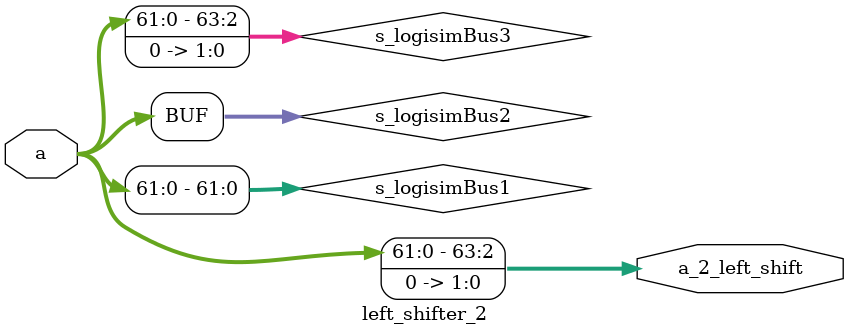
<source format=v>
/******************************************************************************
 ** Logisim-evolution goes FPGA automatic generated Verilog code             **
 ** https://github.com/logisim-evolution/                                    **
 **                                                                          **
 ** Component : left_shifter_2                                               **
 **                                                                          **
 *****************************************************************************/

module left_shifter_2( a,
                       a_2_left_shift );

   /*******************************************************************************
   ** The inputs are defined here                                                **
   *******************************************************************************/
   input [63:0] a;

   /*******************************************************************************
   ** The outputs are defined here                                               **
   *******************************************************************************/
   output [63:0] a_2_left_shift;

   /*******************************************************************************
   ** The wires are defined here                                                 **
   *******************************************************************************/
   wire [61:0] s_logisimBus1;
   wire [63:0] s_logisimBus2;
   wire [63:0] s_logisimBus3;

   /*******************************************************************************
   ** The module functionality is described here                                 **
   *******************************************************************************/

   /*******************************************************************************
   ** Here all wiring is defined                                                 **
   *******************************************************************************/
   assign s_logisimBus1[0]  = s_logisimBus2[0];
   assign s_logisimBus1[10] = s_logisimBus2[10];
   assign s_logisimBus1[11] = s_logisimBus2[11];
   assign s_logisimBus1[12] = s_logisimBus2[12];
   assign s_logisimBus1[13] = s_logisimBus2[13];
   assign s_logisimBus1[14] = s_logisimBus2[14];
   assign s_logisimBus1[15] = s_logisimBus2[15];
   assign s_logisimBus1[16] = s_logisimBus2[16];
   assign s_logisimBus1[17] = s_logisimBus2[17];
   assign s_logisimBus1[18] = s_logisimBus2[18];
   assign s_logisimBus1[19] = s_logisimBus2[19];
   assign s_logisimBus1[1]  = s_logisimBus2[1];
   assign s_logisimBus1[20] = s_logisimBus2[20];
   assign s_logisimBus1[21] = s_logisimBus2[21];
   assign s_logisimBus1[22] = s_logisimBus2[22];
   assign s_logisimBus1[23] = s_logisimBus2[23];
   assign s_logisimBus1[24] = s_logisimBus2[24];
   assign s_logisimBus1[25] = s_logisimBus2[25];
   assign s_logisimBus1[26] = s_logisimBus2[26];
   assign s_logisimBus1[27] = s_logisimBus2[27];
   assign s_logisimBus1[28] = s_logisimBus2[28];
   assign s_logisimBus1[29] = s_logisimBus2[29];
   assign s_logisimBus1[2]  = s_logisimBus2[2];
   assign s_logisimBus1[30] = s_logisimBus2[30];
   assign s_logisimBus1[31] = s_logisimBus2[31];
   assign s_logisimBus1[32] = s_logisimBus2[32];
   assign s_logisimBus1[33] = s_logisimBus2[33];
   assign s_logisimBus1[34] = s_logisimBus2[34];
   assign s_logisimBus1[35] = s_logisimBus2[35];
   assign s_logisimBus1[36] = s_logisimBus2[36];
   assign s_logisimBus1[37] = s_logisimBus2[37];
   assign s_logisimBus1[38] = s_logisimBus2[38];
   assign s_logisimBus1[39] = s_logisimBus2[39];
   assign s_logisimBus1[3]  = s_logisimBus2[3];
   assign s_logisimBus1[40] = s_logisimBus2[40];
   assign s_logisimBus1[41] = s_logisimBus2[41];
   assign s_logisimBus1[42] = s_logisimBus2[42];
   assign s_logisimBus1[43] = s_logisimBus2[43];
   assign s_logisimBus1[44] = s_logisimBus2[44];
   assign s_logisimBus1[45] = s_logisimBus2[45];
   assign s_logisimBus1[46] = s_logisimBus2[46];
   assign s_logisimBus1[47] = s_logisimBus2[47];
   assign s_logisimBus1[48] = s_logisimBus2[48];
   assign s_logisimBus1[49] = s_logisimBus2[49];
   assign s_logisimBus1[4]  = s_logisimBus2[4];
   assign s_logisimBus1[50] = s_logisimBus2[50];
   assign s_logisimBus1[51] = s_logisimBus2[51];
   assign s_logisimBus1[52] = s_logisimBus2[52];
   assign s_logisimBus1[53] = s_logisimBus2[53];
   assign s_logisimBus1[54] = s_logisimBus2[54];
   assign s_logisimBus1[55] = s_logisimBus2[55];
   assign s_logisimBus1[56] = s_logisimBus2[56];
   assign s_logisimBus1[57] = s_logisimBus2[57];
   assign s_logisimBus1[58] = s_logisimBus2[58];
   assign s_logisimBus1[59] = s_logisimBus2[59];
   assign s_logisimBus1[5]  = s_logisimBus2[5];
   assign s_logisimBus1[60] = s_logisimBus2[60];
   assign s_logisimBus1[61] = s_logisimBus2[61];
   assign s_logisimBus1[6]  = s_logisimBus2[6];
   assign s_logisimBus1[7]  = s_logisimBus2[7];
   assign s_logisimBus1[8]  = s_logisimBus2[8];
   assign s_logisimBus1[9]  = s_logisimBus2[9];
   assign s_logisimBus3[10] = s_logisimBus1[8];
   assign s_logisimBus3[11] = s_logisimBus1[9];
   assign s_logisimBus3[12] = s_logisimBus1[10];
   assign s_logisimBus3[13] = s_logisimBus1[11];
   assign s_logisimBus3[14] = s_logisimBus1[12];
   assign s_logisimBus3[15] = s_logisimBus1[13];
   assign s_logisimBus3[16] = s_logisimBus1[14];
   assign s_logisimBus3[17] = s_logisimBus1[15];
   assign s_logisimBus3[18] = s_logisimBus1[16];
   assign s_logisimBus3[19] = s_logisimBus1[17];
   assign s_logisimBus3[20] = s_logisimBus1[18];
   assign s_logisimBus3[21] = s_logisimBus1[19];
   assign s_logisimBus3[22] = s_logisimBus1[20];
   assign s_logisimBus3[23] = s_logisimBus1[21];
   assign s_logisimBus3[24] = s_logisimBus1[22];
   assign s_logisimBus3[25] = s_logisimBus1[23];
   assign s_logisimBus3[26] = s_logisimBus1[24];
   assign s_logisimBus3[27] = s_logisimBus1[25];
   assign s_logisimBus3[28] = s_logisimBus1[26];
   assign s_logisimBus3[29] = s_logisimBus1[27];
   assign s_logisimBus3[2]  = s_logisimBus1[0];
   assign s_logisimBus3[30] = s_logisimBus1[28];
   assign s_logisimBus3[31] = s_logisimBus1[29];
   assign s_logisimBus3[32] = s_logisimBus1[30];
   assign s_logisimBus3[33] = s_logisimBus1[31];
   assign s_logisimBus3[34] = s_logisimBus1[32];
   assign s_logisimBus3[35] = s_logisimBus1[33];
   assign s_logisimBus3[36] = s_logisimBus1[34];
   assign s_logisimBus3[37] = s_logisimBus1[35];
   assign s_logisimBus3[38] = s_logisimBus1[36];
   assign s_logisimBus3[39] = s_logisimBus1[37];
   assign s_logisimBus3[3]  = s_logisimBus1[1];
   assign s_logisimBus3[40] = s_logisimBus1[38];
   assign s_logisimBus3[41] = s_logisimBus1[39];
   assign s_logisimBus3[42] = s_logisimBus1[40];
   assign s_logisimBus3[43] = s_logisimBus1[41];
   assign s_logisimBus3[44] = s_logisimBus1[42];
   assign s_logisimBus3[45] = s_logisimBus1[43];
   assign s_logisimBus3[46] = s_logisimBus1[44];
   assign s_logisimBus3[47] = s_logisimBus1[45];
   assign s_logisimBus3[48] = s_logisimBus1[46];
   assign s_logisimBus3[49] = s_logisimBus1[47];
   assign s_logisimBus3[4]  = s_logisimBus1[2];
   assign s_logisimBus3[50] = s_logisimBus1[48];
   assign s_logisimBus3[51] = s_logisimBus1[49];
   assign s_logisimBus3[52] = s_logisimBus1[50];
   assign s_logisimBus3[53] = s_logisimBus1[51];
   assign s_logisimBus3[54] = s_logisimBus1[52];
   assign s_logisimBus3[55] = s_logisimBus1[53];
   assign s_logisimBus3[56] = s_logisimBus1[54];
   assign s_logisimBus3[57] = s_logisimBus1[55];
   assign s_logisimBus3[58] = s_logisimBus1[56];
   assign s_logisimBus3[59] = s_logisimBus1[57];
   assign s_logisimBus3[5]  = s_logisimBus1[3];
   assign s_logisimBus3[60] = s_logisimBus1[58];
   assign s_logisimBus3[61] = s_logisimBus1[59];
   assign s_logisimBus3[62] = s_logisimBus1[60];
   assign s_logisimBus3[63] = s_logisimBus1[61];
   assign s_logisimBus3[6]  = s_logisimBus1[4];
   assign s_logisimBus3[7]  = s_logisimBus1[5];
   assign s_logisimBus3[8]  = s_logisimBus1[6];
   assign s_logisimBus3[9]  = s_logisimBus1[7];

   /*******************************************************************************
   ** Here all input connections are defined                                     **
   *******************************************************************************/
   assign s_logisimBus2[63:0] = a;

   /*******************************************************************************
   ** Here all output connections are defined                                    **
   *******************************************************************************/
   assign a_2_left_shift = s_logisimBus3[63:0];

   /*******************************************************************************
   ** Here all in-lined components are defined                                   **
   *******************************************************************************/

   // Constant
   assign  s_logisimBus3[1:0]  =  2'b00;


endmodule

</source>
